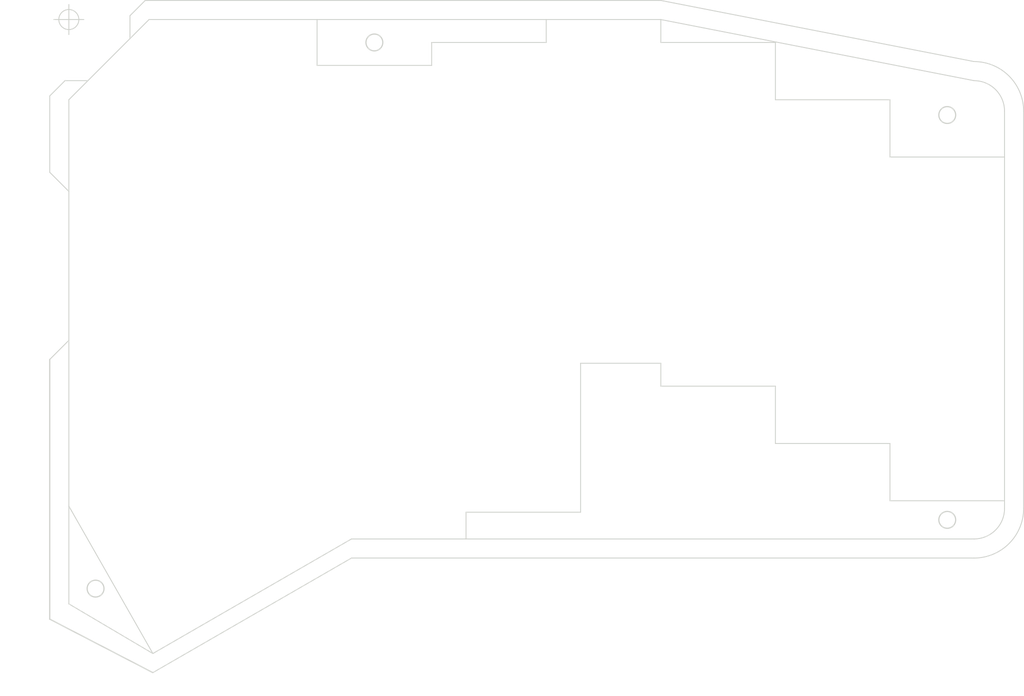
<source format=kicad_pcb>
(kicad_pcb (version 20171130) (host pcbnew 5.0.2-bee76a0~70~ubuntu18.04.1)

  (general
    (thickness 1.6)
    (drawings 55)
    (tracks 0)
    (zones 0)
    (modules 0)
    (nets 1)
  )

  (page A4)
  (layers
    (0 F.Cu signal)
    (31 B.Cu signal)
    (32 B.Adhes user)
    (33 F.Adhes user)
    (34 B.Paste user)
    (35 F.Paste user)
    (36 B.SilkS user)
    (37 F.SilkS user)
    (38 B.Mask user)
    (39 F.Mask user)
    (40 Dwgs.User user)
    (41 Cmts.User user)
    (42 Eco1.User user)
    (43 Eco2.User user)
    (44 Edge.Cuts user)
    (45 Margin user)
    (46 B.CrtYd user)
    (47 F.CrtYd user)
    (48 B.Fab user)
    (49 F.Fab user)
  )

  (setup
    (last_trace_width 0.25)
    (trace_clearance 0.2)
    (zone_clearance 0.508)
    (zone_45_only no)
    (trace_min 0.2)
    (segment_width 0.2)
    (edge_width 0.15)
    (via_size 0.8)
    (via_drill 0.4)
    (via_min_size 0.4)
    (via_min_drill 0.3)
    (uvia_size 0.3)
    (uvia_drill 0.1)
    (uvias_allowed no)
    (uvia_min_size 0.2)
    (uvia_min_drill 0.1)
    (pcb_text_width 0.3)
    (pcb_text_size 1.5 1.5)
    (mod_edge_width 0.15)
    (mod_text_size 1 1)
    (mod_text_width 0.15)
    (pad_size 4 4)
    (pad_drill 2.2)
    (pad_to_mask_clearance 0.051)
    (solder_mask_min_width 0.25)
    (aux_axis_origin 55.88 20.955)
    (grid_origin 55.88 20.955)
    (visible_elements FFFFF7FF)
    (pcbplotparams
      (layerselection 0x010fc_ffffffff)
      (usegerberextensions true)
      (usegerberattributes false)
      (usegerberadvancedattributes false)
      (creategerberjobfile false)
      (excludeedgelayer true)
      (linewidth 0.100000)
      (plotframeref false)
      (viasonmask false)
      (mode 1)
      (useauxorigin false)
      (hpglpennumber 1)
      (hpglpenspeed 20)
      (hpglpendiameter 15.000000)
      (psnegative false)
      (psa4output false)
      (plotreference true)
      (plotvalue true)
      (plotinvisibletext false)
      (padsonsilk false)
      (subtractmaskfromsilk false)
      (outputformat 1)
      (mirror false)
      (drillshape 0)
      (scaleselection 1)
      (outputdirectory ""))
  )

  (net 0 "")

  (net_class Default "これはデフォルトのネット クラスです。"
    (clearance 0.2)
    (trace_width 0.25)
    (via_dia 0.8)
    (via_drill 0.4)
    (uvia_dia 0.3)
    (uvia_drill 0.1)
  )

  (net_class POWER ""
    (clearance 0.2)
    (trace_width 0.4)
    (via_dia 0.8)
    (via_drill 0.4)
    (uvia_dia 0.3)
    (uvia_drill 0.1)
  )

  (gr_line (start 66.04 20.32) (end 68.58 17.78) (layer Edge.Cuts) (width 0.15))
  (gr_line (start 55.245 31.115) (end 52.705 33.655) (layer Edge.Cuts) (width 0.15))
  (gr_line (start 59.055 31.115) (end 55.245 31.115) (layer Edge.Cuts) (width 0.15))
  (gr_line (start 66.04 24.13) (end 66.04 20.32) (layer Edge.Cuts) (width 0.15))
  (gr_line (start 55.88 34.29) (end 69.215 20.955) (layer Edge.Cuts) (width 0.15) (tstamp 5D559D4D))
  (gr_line (start 121.92 102.87) (end 121.92 107.315) (layer Edge.Cuts) (width 0.15))
  (gr_line (start 140.97 102.87) (end 121.92 102.87) (layer Edge.Cuts) (width 0.15))
  (gr_line (start 69.85 126.365) (end 55.88 101.854) (layer Edge.Cuts) (width 0.15))
  (gr_line (start 97.155 28.575) (end 97.155 20.955) (layer Edge.Cuts) (width 0.15))
  (gr_line (start 116.205 28.575) (end 97.155 28.575) (layer Edge.Cuts) (width 0.15))
  (gr_line (start 116.205 24.765) (end 116.205 28.575) (layer Edge.Cuts) (width 0.15))
  (gr_line (start 135.255 24.765) (end 116.205 24.765) (layer Edge.Cuts) (width 0.15))
  (gr_line (start 135.255 20.955) (end 135.255 24.765) (layer Edge.Cuts) (width 0.15))
  (gr_line (start 154.305 24.765) (end 154.305 20.955) (layer Edge.Cuts) (width 0.15))
  (gr_line (start 173.355 24.765) (end 154.305 24.765) (layer Edge.Cuts) (width 0.15))
  (gr_line (start 173.355 34.29) (end 173.355 24.765) (layer Edge.Cuts) (width 0.15))
  (gr_line (start 192.405 34.29) (end 173.355 34.29) (layer Edge.Cuts) (width 0.15))
  (gr_line (start 192.405 43.815) (end 192.405 34.29) (layer Edge.Cuts) (width 0.15))
  (gr_line (start 211.455 43.815) (end 192.405 43.815) (layer Edge.Cuts) (width 0.15))
  (gr_line (start 192.405 100.965) (end 211.455 100.965) (layer Edge.Cuts) (width 0.15))
  (gr_line (start 192.405 91.44) (end 192.405 100.965) (layer Edge.Cuts) (width 0.15))
  (gr_line (start 173.355 91.44) (end 192.405 91.44) (layer Edge.Cuts) (width 0.15))
  (gr_line (start 173.355 81.915) (end 173.355 91.44) (layer Edge.Cuts) (width 0.15))
  (gr_line (start 154.305 81.915) (end 173.355 81.915) (layer Edge.Cuts) (width 0.15))
  (gr_line (start 154.305 78.105) (end 154.305 81.915) (layer Edge.Cuts) (width 0.15))
  (gr_line (start 140.97 78.105) (end 154.305 78.105) (layer Edge.Cuts) (width 0.15))
  (gr_line (start 140.97 102.87) (end 140.97 78.105) (layer Edge.Cuts) (width 0.15))
  (gr_line (start 52.705 46.355) (end 52.705 33.655) (layer Edge.Cuts) (width 0.15))
  (gr_line (start 55.88 49.53) (end 52.705 46.355) (layer Edge.Cuts) (width 0.15))
  (gr_line (start 55.88 74.295) (end 52.705 77.47) (layer Edge.Cuts) (width 0.15))
  (gr_circle (center 201.93 104.14) (end 203.33 104.14) (layer Edge.Cuts) (width 0.2) (tstamp 5D53DB55))
  (gr_circle (center 201.93 36.83) (end 203.33 36.83) (layer Edge.Cuts) (width 0.2) (tstamp 5D53DB55))
  (gr_circle (center 106.68 24.765) (end 108.08 24.765) (layer Edge.Cuts) (width 0.2) (tstamp 5D53DB55))
  (gr_circle (center 60.325 115.57) (end 61.725 115.57) (layer Edge.Cuts) (width 0.2))
  (gr_arc (start 206.375 102.235) (end 206.375 110.49) (angle -90) (layer Edge.Cuts) (width 0.15))
  (gr_arc (start 206.375 36.195) (end 214.63 36.195) (angle -90) (layer Edge.Cuts) (width 0.15))
  (gr_line (start 154.305 17.78) (end 68.58 17.78) (layer Edge.Cuts) (width 0.15))
  (gr_line (start 206.375 27.94) (end 154.305 17.78) (layer Edge.Cuts) (width 0.15))
  (gr_line (start 214.63 102.235) (end 214.63 36.195) (layer Edge.Cuts) (width 0.15))
  (gr_line (start 102.87 110.49) (end 206.375 110.49) (layer Edge.Cuts) (width 0.15))
  (gr_line (start 69.85 129.54) (end 102.87 110.49) (layer Edge.Cuts) (width 0.15))
  (gr_line (start 52.705 120.65) (end 69.85 129.54) (layer Edge.Cuts) (width 0.2))
  (gr_line (start 52.705 77.47) (end 52.705 120.65) (layer Edge.Cuts) (width 0.2))
  (target plus (at 55.88 20.955) (size 5) (width 0.15) (layer Edge.Cuts))
  (gr_line (start 69.85 126.365) (end 55.88 118.11) (layer Edge.Cuts) (width 0.15) (tstamp 5D2E91DF))
  (dimension 155.575 (width 0.3) (layer Dwgs.User)
    (gr_text "155.575 mm" (at 133.6675 134.815) (layer Dwgs.User)
      (effects (font (size 1.5 1.5) (thickness 0.3)))
    )
    (feature1 (pts (xy 211.455 116.84) (xy 211.455 133.301421)))
    (feature2 (pts (xy 55.88 116.84) (xy 55.88 133.301421)))
    (crossbar (pts (xy 55.88 132.715) (xy 211.455 132.715)))
    (arrow1a (pts (xy 211.455 132.715) (xy 210.328496 133.301421)))
    (arrow1b (pts (xy 211.455 132.715) (xy 210.328496 132.128579)))
    (arrow2a (pts (xy 55.88 132.715) (xy 57.006504 133.301421)))
    (arrow2b (pts (xy 55.88 132.715) (xy 57.006504 132.128579)))
  )
  (gr_arc (start 206.375 36.195) (end 211.455 36.195) (angle -90) (layer Edge.Cuts) (width 0.15))
  (gr_arc (start 206.375 102.235) (end 206.375 107.315) (angle -90) (layer Edge.Cuts) (width 0.15))
  (dimension 105.41 (width 0.3) (layer Dwgs.User)
    (gr_text "105.410 mm" (at 49.97 73.66 270) (layer Dwgs.User)
      (effects (font (size 1.5 1.5) (thickness 0.3)))
    )
    (feature1 (pts (xy 69.85 126.365) (xy 51.483579 126.365)))
    (feature2 (pts (xy 69.85 20.955) (xy 51.483579 20.955)))
    (crossbar (pts (xy 52.07 20.955) (xy 52.07 126.365)))
    (arrow1a (pts (xy 52.07 126.365) (xy 51.483579 125.238496)))
    (arrow1b (pts (xy 52.07 126.365) (xy 52.656421 125.238496)))
    (arrow2a (pts (xy 52.07 20.955) (xy 51.483579 22.081504)))
    (arrow2b (pts (xy 52.07 20.955) (xy 52.656421 22.081504)))
  )
  (gr_line (start 55.88 118.11) (end 55.88 34.29) (layer Edge.Cuts) (width 0.15))
  (gr_line (start 102.87 107.315) (end 69.85 126.365) (layer Edge.Cuts) (width 0.15))
  (gr_line (start 206.375 107.315) (end 102.87 107.315) (layer Edge.Cuts) (width 0.15))
  (gr_line (start 211.455 36.195) (end 211.455 102.235) (layer Edge.Cuts) (width 0.15))
  (gr_line (start 154.305 20.955) (end 206.375 31.115) (layer Edge.Cuts) (width 0.15))
  (gr_line (start 69.215 20.955) (end 154.305 20.955) (layer Edge.Cuts) (width 0.15))

)

</source>
